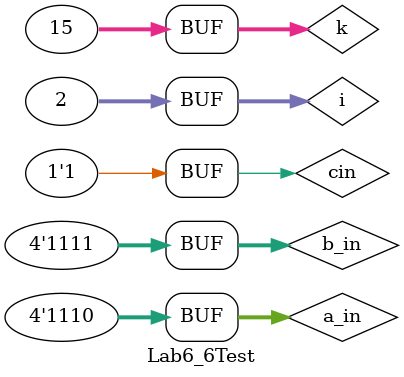
<source format=v>
`timescale 1ns / 1ps

module Lab6_6Test();
    reg [3:0]a_in;
    reg [3:0]b_in;
    reg cin;
    wire [3:0]s_out;
    wire cout;
    integer i,k;
    
    Lab6_1_1 DUT(.a(a_in), .b(b_in), .cin(cin), .s(s_out), .cout(cout));
    
    initial
    begin
        cin = 0;
        a_in = 0;
        b_in = 0;
        for(i = 0; i < 2; i=i+1)
        begin
            if(i == 1)
            cin = 1;
            for(k = 0; k < 15; k=k+1)
            begin
                #10 a_in = k; b_in = k+1;
            end
        end
    end
endmodule

</source>
